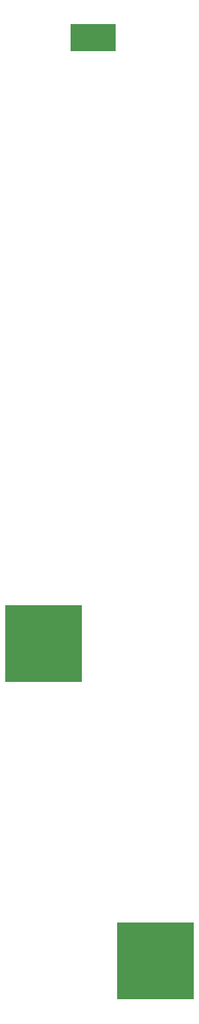
<source format=gbp>
%FSLAX44Y44*%
%MOMM*%
G71*
G01*
G75*
G04 Layer_Color=128*
%ADD10R,1.2000X0.8000*%
%ADD11C,1.0000*%
%ADD12R,2.0000X3.5000*%
%ADD13R,3.0000X4.0000*%
%ADD14R,4.0000X2.8000*%
%ADD15R,2.8000X4.0000*%
%ADD16R,4.0000X3.0000*%
%ADD17R,0.6000X0.5000*%
%ADD18R,1.6000X1.4000*%
%ADD19R,0.9500X0.9000*%
%ADD20R,2.0000X2.0000*%
%ADD21R,2.0000X3.2000*%
%ADD22R,3.5000X2.0000*%
%ADD23R,0.5000X0.6000*%
%ADD24C,2.0000*%
%ADD25R,1.0000X1.8000*%
%ADD26R,3.0000X0.8000*%
%ADD27R,3.2000X2.0000*%
%ADD28R,2.8000X1.5000*%
%ADD29R,7.7000X1.6000*%
%ADD30R,1.7000X1.6000*%
%ADD31R,1.6000X6.3000*%
%ADD32R,1.8000X0.2900*%
%ADD33R,8.7000X8.7000*%
%ADD34R,1.6000X1.7000*%
%ADD35R,5.1500X3.1500*%
%ADD36R,0.7000X0.2900*%
%ADD37R,0.2900X0.7000*%
%ADD38R,0.8000X1.2000*%
%ADD39R,1.1000X1.2000*%
%ADD40R,0.9000X0.9500*%
%ADD41R,4.5000X4.0000*%
%ADD42R,3.2000X3.0000*%
%ADD43R,4.5000X4.2000*%
%ADD44R,0.5500X1.7000*%
%ADD45R,1.7000X0.5500*%
%ADD46R,4.2000X4.5000*%
%ADD47C,0.2540*%
%ADD48C,4.5720*%
%ADD49C,5.0000*%
%ADD50C,0.2286*%
%ADD51C,0.7620*%
%ADD52C,1.0160*%
%ADD53C,0.2032*%
%ADD54C,0.6350*%
%ADD55R,1.6000X6.7000*%
%ADD56R,12.5000X1.4000*%
%ADD57R,1.7500X7.2000*%
%ADD58R,1.6000X5.6000*%
%ADD59R,12.6000X1.3500*%
%ADD60R,1.8000X7.0750*%
%ADD61R,6.2500X6.2500*%
%ADD62C,0.8100*%
%ADD63C,1.5240*%
%ADD64C,1.8500*%
%ADD65C,8.0000*%
%ADD66C,0.8000*%
%ADD67C,1.2700*%
%ADD68C,0.7112*%
%ADD69C,1.2700*%
%ADD70C,0.0500*%
%ADD71C,0.2000*%
%ADD72C,0.1270*%
%ADD73R,1.4032X1.0032*%
%ADD74C,2.0000*%
%ADD75R,2.2032X3.7032*%
%ADD76R,3.2032X4.2032*%
%ADD77R,4.2032X3.0032*%
%ADD78R,3.0032X4.2032*%
%ADD79R,4.2032X3.2032*%
%ADD80R,0.8032X0.7032*%
%ADD81R,1.8032X1.6032*%
%ADD82R,1.1532X1.1032*%
%ADD83R,2.2032X2.2032*%
%ADD84R,2.2032X3.4032*%
%ADD85R,3.7032X2.2032*%
%ADD86R,0.7032X0.8032*%
%ADD87C,2.2032*%
%ADD88R,1.2032X2.0032*%
%ADD89R,3.2032X1.0032*%
%ADD90R,3.4032X2.2032*%
%ADD91R,3.0032X1.7032*%
%ADD92R,7.7200X1.6200*%
%ADD93R,1.7200X1.6200*%
%ADD94R,1.6200X6.3200*%
%ADD95R,1.8200X0.3100*%
%ADD96R,8.7200X8.7200*%
%ADD97R,1.6200X1.7200*%
%ADD98R,5.1900X3.1900*%
%ADD99R,0.7400X0.3300*%
%ADD100R,0.3300X0.7400*%
%ADD101R,1.0032X1.4032*%
%ADD102R,1.3032X1.4032*%
%ADD103R,1.1032X1.1532*%
%ADD104R,4.7032X4.2032*%
%ADD105R,3.4032X3.2032*%
%ADD106R,4.7032X4.4032*%
%ADD107R,0.7532X1.9032*%
%ADD108R,1.9032X0.7532*%
%ADD109R,4.4032X4.7032*%
%ADD110C,0.8300*%
%ADD111C,1.2032*%
%ADD112C,1.7272*%
%ADD113C,2.0532*%
%ADD114C,8.2032*%
%ADD115C,1.0032*%
%ADD116C,1.4732*%
D33*
X287500Y220000D02*
D03*
X161000Y577500D02*
D03*
D35*
X217500Y1259500D02*
D03*
M02*

</source>
